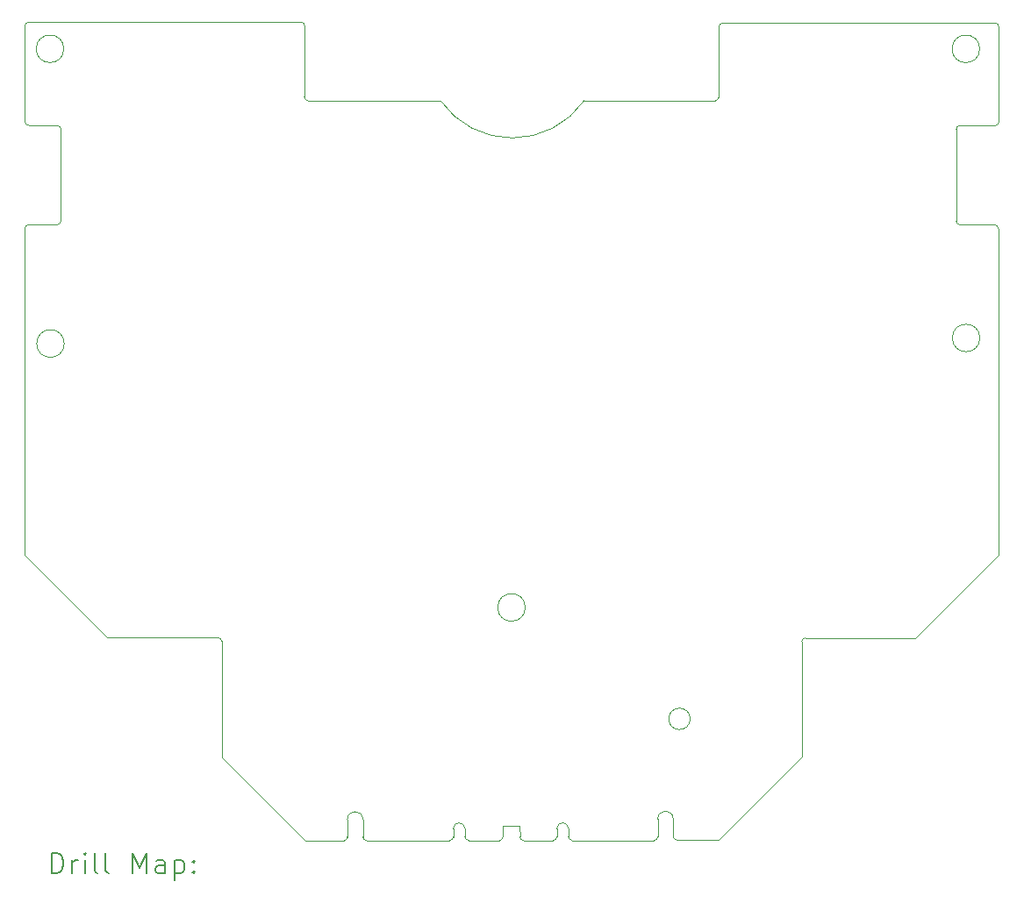
<source format=gbr>
%TF.GenerationSoftware,KiCad,Pcbnew,7.0.8*%
%TF.CreationDate,2023-12-31T22:43:47+00:00*%
%TF.ProjectId,pce-gt-controller,7063652d-6774-42d6-936f-6e74726f6c6c,BF1.1*%
%TF.SameCoordinates,Original*%
%TF.FileFunction,Drillmap*%
%TF.FilePolarity,Positive*%
%FSLAX45Y45*%
G04 Gerber Fmt 4.5, Leading zero omitted, Abs format (unit mm)*
G04 Created by KiCad (PCBNEW 7.0.8) date 2023-12-31 22:43:47*
%MOMM*%
%LPD*%
G01*
G04 APERTURE LIST*
%ADD10C,0.100000*%
%ADD11C,0.200000*%
G04 APERTURE END LIST*
D10*
X16019973Y-6689741D02*
X17282000Y-6689741D01*
X10934000Y-7887244D02*
G75*
G03*
X10969755Y-7851491I0J35755D01*
G01*
X15719491Y-13834754D02*
X15435000Y-13835000D01*
X13323754Y-5968000D02*
G75*
G03*
X13288000Y-5932245I-35755J0D01*
G01*
X13884245Y-13631509D02*
G75*
G03*
X13734232Y-13631509I-75007J0D01*
G01*
X20015755Y-11081000D02*
X19217000Y-11879754D01*
X17318472Y-6654000D02*
X17318472Y-5978000D01*
X17354282Y-5941528D02*
X19962000Y-5941528D01*
X16729232Y-13627000D02*
X16729232Y-13798000D01*
X11418000Y-11875245D02*
X10623000Y-11080246D01*
X20015755Y-11038000D02*
X20015755Y-11081000D01*
X14869245Y-13721000D02*
G75*
G03*
X14757245Y-13721000I-56000J0D01*
G01*
X19608526Y-7853000D02*
G75*
G03*
X19644282Y-7888754I35755J0D01*
G01*
X15867245Y-13798000D02*
G75*
G03*
X15903000Y-13833754I35755J0D01*
G01*
X15719491Y-13834755D02*
G75*
G03*
X15755245Y-13799000I-1J35756D01*
G01*
X14632027Y-6689741D02*
X13356000Y-6689741D01*
X12521704Y-11911000D02*
G75*
G03*
X12485947Y-11875245I-35755J0D01*
G01*
X20015756Y-7924509D02*
G75*
G03*
X19980000Y-7888754I-35756J-1D01*
G01*
X12485947Y-11875245D02*
X11418000Y-11875245D01*
X18153000Y-11879755D02*
G75*
G03*
X18117246Y-11915509I0J-35755D01*
G01*
X13698478Y-13838262D02*
G75*
G03*
X13734232Y-13802509I2J35752D01*
G01*
X16879246Y-13795491D02*
X16879246Y-13627000D01*
X10934000Y-6929245D02*
X10659000Y-6929245D01*
X19835395Y-6190000D02*
G75*
G03*
X19835395Y-6190000I-133000J0D01*
G01*
X17282718Y-6689752D02*
G75*
G03*
X17318472Y-6654000I2J35752D01*
G01*
X13884245Y-13800000D02*
X13884245Y-13631509D01*
X16693478Y-13833752D02*
G75*
G03*
X16729232Y-13798000I2J35752D01*
G01*
X12521701Y-13033965D02*
X12521701Y-11911000D01*
X13320249Y-6653986D02*
G75*
G03*
X13356000Y-6689741I35751J-4D01*
G01*
X13698478Y-13838263D02*
X13326000Y-13838263D01*
X10623246Y-6893491D02*
X10623246Y-5968000D01*
X10623245Y-6893491D02*
G75*
G03*
X10659000Y-6929245I35756J1D01*
G01*
X19698000Y-6930754D02*
X19644282Y-6930754D01*
X19644282Y-7888754D02*
X19980000Y-7888754D01*
X10659000Y-5932245D02*
X13288000Y-5932245D01*
X14869245Y-13799000D02*
X14869245Y-13721000D01*
X18117246Y-13029000D02*
X17315000Y-13831245D01*
X20021472Y-6895000D02*
X20021472Y-6844000D01*
X15198718Y-13835472D02*
G75*
G03*
X15234472Y-13799718I2J35752D01*
G01*
X19217000Y-11879754D02*
X18153000Y-11879754D01*
X10623000Y-11080246D02*
X10623000Y-7923000D01*
X15399000Y-13693000D02*
X15399245Y-13799245D01*
X20021472Y-5977282D02*
X20021472Y-6844000D01*
X10659000Y-5932245D02*
G75*
G03*
X10623246Y-5968000I0J-35755D01*
G01*
X14721491Y-13835755D02*
G75*
G03*
X14757245Y-13800000I-1J35756D01*
G01*
X15755245Y-13720000D02*
X15755245Y-13799000D01*
X16693478Y-13833754D02*
X15903000Y-13833754D01*
X14757245Y-13721000D02*
X14757245Y-13800000D01*
X19985718Y-6930754D02*
X19698000Y-6930754D01*
X19644282Y-6930758D02*
G75*
G03*
X19608528Y-6966509I-2J-35752D01*
G01*
X14632027Y-6689741D02*
G75*
G03*
X16019973Y-6689741I693973J485925D01*
G01*
X15399250Y-13799245D02*
G75*
G03*
X15435000Y-13835000I35750J-5D01*
G01*
X13734232Y-13631509D02*
X13734232Y-13802509D01*
X13326000Y-13838263D02*
X12521701Y-13033965D01*
X15234472Y-13799718D02*
X15234472Y-13693000D01*
X15451000Y-11585000D02*
G75*
G03*
X15451000Y-11585000I-133000J0D01*
G01*
X19608528Y-6966509D02*
X19608528Y-7853000D01*
X10969755Y-7851491D02*
X10969755Y-6965000D01*
X15198718Y-13835472D02*
X14905000Y-13834754D01*
X17315000Y-13831245D02*
X16915000Y-13831245D01*
X17042000Y-12661000D02*
G75*
G03*
X17042000Y-12661000I-103238J0D01*
G01*
X17354282Y-5941528D02*
G75*
G03*
X17318528Y-5977282I-2J-35752D01*
G01*
X19985718Y-5941528D02*
X19962000Y-5941528D01*
X15234472Y-13693000D02*
X15399000Y-13693000D01*
X10969755Y-6965000D02*
G75*
G03*
X10934000Y-6929245I-35755J0D01*
G01*
X16879245Y-13795491D02*
G75*
G03*
X16915000Y-13831245I35756J1D01*
G01*
X19985718Y-6930752D02*
G75*
G03*
X20021472Y-6895000I2J35752D01*
G01*
X13884245Y-13800000D02*
G75*
G03*
X13920000Y-13835754I35755J0D01*
G01*
X10658755Y-7887245D02*
X10934000Y-7887245D01*
X10998000Y-6190000D02*
G75*
G03*
X10998000Y-6190000I-133000J0D01*
G01*
X18117246Y-11915509D02*
X18117246Y-13029000D01*
X11002395Y-9036000D02*
G75*
G03*
X11002395Y-9036000I-133000J0D01*
G01*
X20015755Y-7924509D02*
X20015755Y-11038000D01*
X15867245Y-13720000D02*
G75*
G03*
X15755245Y-13720000I-56000J0D01*
G01*
X16879246Y-13627000D02*
G75*
G03*
X16729232Y-13627000I-75007J0D01*
G01*
X13323754Y-5968000D02*
X13320245Y-6653986D01*
X14869245Y-13799000D02*
G75*
G03*
X14905000Y-13834754I35755J0D01*
G01*
X15867245Y-13798000D02*
X15867245Y-13720000D01*
X20021472Y-5977282D02*
G75*
G03*
X19985718Y-5941528I-35752J2D01*
G01*
X14721491Y-13835754D02*
X13920000Y-13835754D01*
X19837395Y-8982000D02*
G75*
G03*
X19837395Y-8982000I-133000J0D01*
G01*
X10658755Y-7887250D02*
G75*
G03*
X10623000Y-7923000I-5J-35750D01*
G01*
D11*
X10878777Y-14154747D02*
X10878777Y-13954747D01*
X10878777Y-13954747D02*
X10926396Y-13954747D01*
X10926396Y-13954747D02*
X10954967Y-13964271D01*
X10954967Y-13964271D02*
X10974015Y-13983319D01*
X10974015Y-13983319D02*
X10983539Y-14002366D01*
X10983539Y-14002366D02*
X10993063Y-14040461D01*
X10993063Y-14040461D02*
X10993063Y-14069033D01*
X10993063Y-14069033D02*
X10983539Y-14107128D01*
X10983539Y-14107128D02*
X10974015Y-14126176D01*
X10974015Y-14126176D02*
X10954967Y-14145223D01*
X10954967Y-14145223D02*
X10926396Y-14154747D01*
X10926396Y-14154747D02*
X10878777Y-14154747D01*
X11078777Y-14154747D02*
X11078777Y-14021414D01*
X11078777Y-14059509D02*
X11088301Y-14040461D01*
X11088301Y-14040461D02*
X11097824Y-14030938D01*
X11097824Y-14030938D02*
X11116872Y-14021414D01*
X11116872Y-14021414D02*
X11135920Y-14021414D01*
X11202586Y-14154747D02*
X11202586Y-14021414D01*
X11202586Y-13954747D02*
X11193062Y-13964271D01*
X11193062Y-13964271D02*
X11202586Y-13973795D01*
X11202586Y-13973795D02*
X11212110Y-13964271D01*
X11212110Y-13964271D02*
X11202586Y-13954747D01*
X11202586Y-13954747D02*
X11202586Y-13973795D01*
X11326396Y-14154747D02*
X11307348Y-14145223D01*
X11307348Y-14145223D02*
X11297824Y-14126176D01*
X11297824Y-14126176D02*
X11297824Y-13954747D01*
X11431158Y-14154747D02*
X11412110Y-14145223D01*
X11412110Y-14145223D02*
X11402586Y-14126176D01*
X11402586Y-14126176D02*
X11402586Y-13954747D01*
X11659729Y-14154747D02*
X11659729Y-13954747D01*
X11659729Y-13954747D02*
X11726396Y-14097604D01*
X11726396Y-14097604D02*
X11793062Y-13954747D01*
X11793062Y-13954747D02*
X11793062Y-14154747D01*
X11974015Y-14154747D02*
X11974015Y-14049985D01*
X11974015Y-14049985D02*
X11964491Y-14030938D01*
X11964491Y-14030938D02*
X11945443Y-14021414D01*
X11945443Y-14021414D02*
X11907348Y-14021414D01*
X11907348Y-14021414D02*
X11888301Y-14030938D01*
X11974015Y-14145223D02*
X11954967Y-14154747D01*
X11954967Y-14154747D02*
X11907348Y-14154747D01*
X11907348Y-14154747D02*
X11888301Y-14145223D01*
X11888301Y-14145223D02*
X11878777Y-14126176D01*
X11878777Y-14126176D02*
X11878777Y-14107128D01*
X11878777Y-14107128D02*
X11888301Y-14088081D01*
X11888301Y-14088081D02*
X11907348Y-14078557D01*
X11907348Y-14078557D02*
X11954967Y-14078557D01*
X11954967Y-14078557D02*
X11974015Y-14069033D01*
X12069253Y-14021414D02*
X12069253Y-14221414D01*
X12069253Y-14030938D02*
X12088301Y-14021414D01*
X12088301Y-14021414D02*
X12126396Y-14021414D01*
X12126396Y-14021414D02*
X12145443Y-14030938D01*
X12145443Y-14030938D02*
X12154967Y-14040461D01*
X12154967Y-14040461D02*
X12164491Y-14059509D01*
X12164491Y-14059509D02*
X12164491Y-14116652D01*
X12164491Y-14116652D02*
X12154967Y-14135700D01*
X12154967Y-14135700D02*
X12145443Y-14145223D01*
X12145443Y-14145223D02*
X12126396Y-14154747D01*
X12126396Y-14154747D02*
X12088301Y-14154747D01*
X12088301Y-14154747D02*
X12069253Y-14145223D01*
X12250205Y-14135700D02*
X12259729Y-14145223D01*
X12259729Y-14145223D02*
X12250205Y-14154747D01*
X12250205Y-14154747D02*
X12240682Y-14145223D01*
X12240682Y-14145223D02*
X12250205Y-14135700D01*
X12250205Y-14135700D02*
X12250205Y-14154747D01*
X12250205Y-14030938D02*
X12259729Y-14040461D01*
X12259729Y-14040461D02*
X12250205Y-14049985D01*
X12250205Y-14049985D02*
X12240682Y-14040461D01*
X12240682Y-14040461D02*
X12250205Y-14030938D01*
X12250205Y-14030938D02*
X12250205Y-14049985D01*
M02*

</source>
